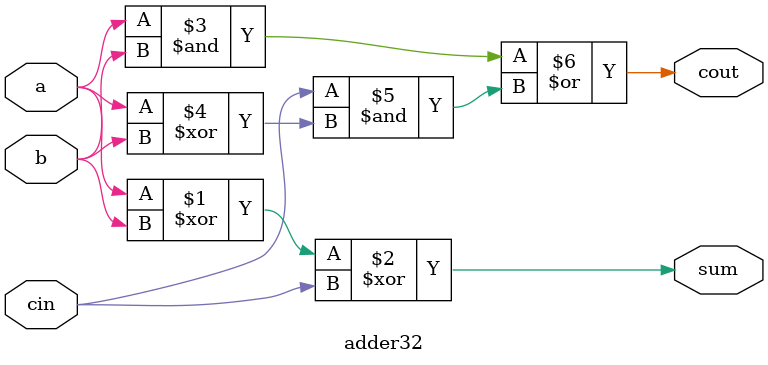
<source format=v>
module adder32(a, b, cin, cout, sum); 

	input a;
	input b;
	input cin;
	output cout;
	output sum;

	assign sum = a ^ b ^ cin;
	assign cout = (a & b) | (cin & (a ^ b));

endmodule
//`endcelldefine

</source>
